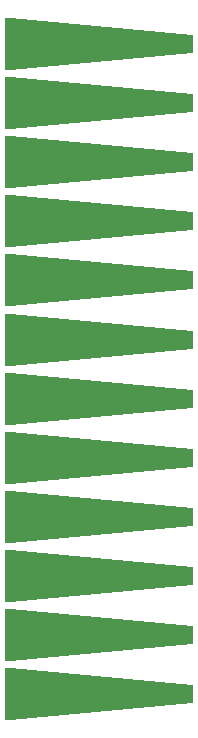
<source format=gbr>
%TF.GenerationSoftware,KiCad,Pcbnew,(6.0.10-0)*%
%TF.CreationDate,2025-02-17T18:54:13+01:00*%
%TF.ProjectId,touch_zone,746f7563-685f-47a6-9f6e-652e6b696361,rev?*%
%TF.SameCoordinates,Original*%
%TF.FileFunction,Copper,L1,Top*%
%TF.FilePolarity,Positive*%
%FSLAX46Y46*%
G04 Gerber Fmt 4.6, Leading zero omitted, Abs format (unit mm)*
G04 Created by KiCad (PCBNEW (6.0.10-0)) date 2025-02-17 18:54:13*
%MOMM*%
%LPD*%
G01*
G04 APERTURE LIST*
G04 Aperture macros list*
%AMOutline4P*
0 Free polygon, 4 corners , with rotation*
0 The origin of the aperture is its center*
0 number of corners: always 4*
0 $1 to $8 corner X, Y*
0 $9 Rotation angle, in degrees counterclockwise*
0 create outline with 4 corners*
4,1,4,$1,$2,$3,$4,$5,$6,$7,$8,$1,$2,$9*%
G04 Aperture macros list end*
%TA.AperFunction,SMDPad,CuDef*%
%ADD10Outline4P,-8.000000X-2.250000X8.000000X-0.750000X8.000000X0.750000X-8.000000X2.250000X0.000000*%
%TD*%
%TA.AperFunction,ViaPad*%
%ADD11C,0.500000*%
%TD*%
G04 APERTURE END LIST*
D10*
%TO.P,T8,1,Pin_1*%
%TO.N,Net-(J2-Pad4)*%
X78250000Y-58500000D03*
%TD*%
%TO.P,T5,1,Pin_1*%
%TO.N,Net-(J1-Pad3)*%
X78250000Y-43500000D03*
%TD*%
%TO.P,T4,1,Pin_1*%
%TO.N,Net-(J1-Pad5)*%
X78250000Y-38500000D03*
%TD*%
%TO.P,T10,1,Pin_1*%
%TO.N,Net-(J2-Pad5)*%
X78250000Y-68500000D03*
%TD*%
%TO.P,T2,1,Pin_1*%
%TO.N,Net-(J1-Pad4)*%
X78250000Y-28500000D03*
%TD*%
%TO.P,T9,1,Pin_1*%
%TO.N,Net-(J2-Pad2)*%
X78250000Y-63500000D03*
%TD*%
%TO.P,T11,1,Pin_1*%
%TO.N,Net-(J2-Pad3)*%
X78250000Y-73500000D03*
%TD*%
%TO.P,T3,1,Pin_1*%
%TO.N,Net-(J1-Pad2)*%
X78250000Y-33500000D03*
%TD*%
%TO.P,T6,1,Pin_1*%
%TO.N,Net-(J1-Pad6)*%
X78250000Y-48500000D03*
%TD*%
%TO.P,T1,1,Pin_1*%
%TO.N,Net-(J1-Pad1)*%
X78250000Y-23500000D03*
%TD*%
%TO.P,T7,1,Pin_1*%
%TO.N,Net-(J2-Pad1)*%
X78250000Y-53500000D03*
%TD*%
%TO.P,T12,1,Pin_1*%
%TO.N,Net-(J2-Pad6)*%
X78250000Y-78500000D03*
%TD*%
D11*
%TO.N,Net-(J1-Pad1)*%
X75500000Y-23500000D03*
%TO.N,Net-(J1-Pad2)*%
X75500000Y-33500000D03*
%TO.N,Net-(J1-Pad3)*%
X75500000Y-43500000D03*
%TO.N,Net-(J2-Pad1)*%
X75500000Y-53500000D03*
%TO.N,Net-(J2-Pad2)*%
X75500000Y-63500000D03*
%TO.N,Net-(J2-Pad3)*%
X75500000Y-73500000D03*
%TO.N,Net-(J2-Pad4)*%
X75500000Y-58500000D03*
%TO.N,Net-(J2-Pad5)*%
X75500000Y-68500000D03*
%TO.N,Net-(J2-Pad6)*%
X75500000Y-78500000D03*
%TO.N,Net-(J1-Pad4)*%
X75500000Y-28500000D03*
%TO.N,Net-(J1-Pad5)*%
X75500000Y-38500000D03*
%TO.N,Net-(J1-Pad6)*%
X75500000Y-48500000D03*
%TD*%
M02*

</source>
